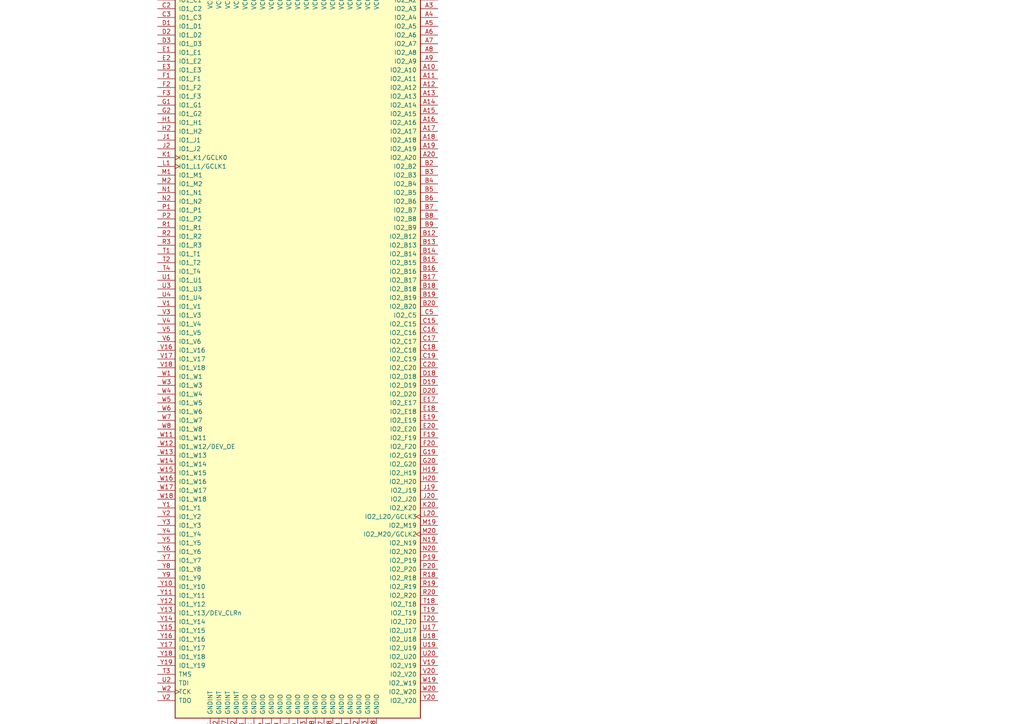
<source format=kicad_sch>
(kicad_sch (version 20250114) (generator "eeschema") (generator_version "9.0")
  (paper "A4")
  (lib_symbols
    (symbol "CPLD_Altera:EPM570M256" (pin_names (offset 1.016))
      (property "Reference" "U" (at 25.4 107.95 0))
      (property "Value" "EPM570M256" (at 25.4 -107.95 0))
      (symbol "EPM570M256_1_1"
        (rectangle (start -35.56 106.68) (end 35.56 -106.68) (stroke (width 0.254)) (fill (type background)))
        (pin bidirectional line (at -40.64 104.14 0) (length 5.08) (name "IO1_B1") (number "B1"))
        (pin bidirectional line (at -40.64 101.6 0) (length 5.08) (name "IO1_C1") (number "C1"))
        (pin bidirectional line (at -40.64 99.06 0) (length 5.08) (name "IO1_C2") (number "C2"))
        (pin bidirectional line (at -40.64 96.52 0) (length 5.08) (name "IO1_C3") (number "C3"))
        (pin bidirectional line (at -40.64 93.98 0) (length 5.08) (name "IO1_D1") (number "D1"))
        (pin bidirectional line (at -40.64 91.44 0) (length 5.08) (name "IO1_D2") (number "D2"))
        (pin bidirectional line (at -40.64 88.9 0) (length 5.08) (name "IO1_D3") (number "D3"))
        (pin bidirectional line (at -40.64 86.36 0) (length 5.08) (name "IO1_E1") (number "E1"))
        (pin bidirectional line (at -40.64 83.82 0) (length 5.08) (name "IO1_E2") (number "E2"))
        (pin bidirectional line (at -40.64 81.28 0) (length 5.08) (name "IO1_E3") (number "E3"))
        (pin bidirectional line (at -40.64 78.74 0) (length 5.08) (name "IO1_F1") (number "F1"))
        (pin bidirectional line (at -40.64 76.2 0) (length 5.08) (name "IO1_F2") (number "F2"))
        (pin bidirectional line (at -40.64 73.66 0) (length 5.08) (name "IO1_F3") (number "F3"))
        (pin bidirectional line (at -40.64 71.12 0) (length 5.08) (name "IO1_G1") (number "G1"))
        (pin bidirectional line (at -40.64 68.58 0) (length 5.08) (name "IO1_G2") (number "G2"))
        (pin bidirectional line (at -40.64 66.04 0) (length 5.08) (name "IO1_H1") (number "H1"))
        (pin bidirectional line (at -40.64 63.5 0) (length 5.08) (name "IO1_H2") (number "H2"))
        (pin bidirectional line (at -40.64 60.96 0) (length 5.08) (name "IO1_J1") (number "J1"))
        (pin bidirectional line (at -40.64 58.42 0) (length 5.08) (name "IO1_J2") (number "J2"))
        (pin bidirectional clock (at -40.64 55.88 0) (length 5.08) (name "IO1_K1/GCLK0") (number "K1"))
        (pin bidirectional clock (at -40.64 53.34 0) (length 5.08) (name "IO1_L1/GCLK1") (number "L1"))
        (pin bidirectional line (at -40.64 50.8 0) (length 5.08) (name "IO1_M1") (number "M1"))
        (pin bidirectional line (at -40.64 48.26 0) (length 5.08) (name "IO1_M2") (number "M2"))
        (pin bidirectional line (at -40.64 45.72 0) (length 5.08) (name "IO1_N1") (number "N1"))
        (pin bidirectional line (at -40.64 43.18 0) (length 5.08) (name "IO1_N2") (number "N2"))
        (pin bidirectional line (at -40.64 40.64 0) (length 5.08) (name "IO1_P1") (number "P1"))
        (pin bidirectional line (at -40.64 38.1 0) (length 5.08) (name "IO1_P2") (number "P2"))
        (pin bidirectional line (at -40.64 35.56 0) (length 5.08) (name "IO1_R1") (number "R1"))
        (pin bidirectional line (at -40.64 33.02 0) (length 5.08) (name "IO1_R2") (number "R2"))
        (pin bidirectional line (at -40.64 30.48 0) (length 5.08) (name "IO1_R3") (number "R3"))
        (pin bidirectional line (at -40.64 27.94 0) (length 5.08) (name "IO1_T1") (number "T1"))
        (pin bidirectional line (at -40.64 25.4 0) (length 5.08) (name "IO1_T2") (number "T2"))
        (pin bidirectional line (at -40.64 22.86 0) (length 5.08) (name "IO1_T4") (number "T4"))
        (pin bidirectional line (at -40.64 20.32 0) (length 5.08) (name "IO1_U1") (number "U1"))
        (pin bidirectional line (at -40.64 17.78 0) (length 5.08) (name "IO1_U3") (number "U3"))
        (pin bidirectional line (at -40.64 15.24 0) (length 5.08) (name "IO1_U4") (number "U4"))
        (pin bidirectional line (at -40.64 12.7 0) (length 5.08) (name "IO1_V1") (number "V1"))
        (pin bidirectional line (at -40.64 10.16 0) (length 5.08) (name "IO1_V3") (number "V3"))
        (pin bidirectional line (at -40.64 7.62 0) (length 5.08) (name "IO1_V4") (number "V4"))
        (pin bidirectional line (at -40.64 5.08 0) (length 5.08) (name "IO1_V5") (number "V5"))
        (pin bidirectional line (at -40.64 2.54 0) (length 5.08) (name "IO1_V6") (number "V6"))
        (pin bidirectional line (at -40.64 0 0) (length 5.08) (name "IO1_V16") (number "V16"))
        (pin bidirectional line (at -40.64 -2.54 0) (length 5.08) (name "IO1_V17") (number "V17"))
        (pin bidirectional line (at -40.64 -5.08 0) (length 5.08) (name "IO1_V18") (number "V18"))
        (pin bidirectional line (at -40.64 -7.62 0) (length 5.08) (name "IO1_W1") (number "W1"))
        (pin bidirectional line (at -40.64 -10.16 0) (length 5.08) (name "IO1_W3") (number "W3"))
        (pin bidirectional line (at -40.64 -12.7 0) (length 5.08) (name "IO1_W4") (number "W4"))
        (pin bidirectional line (at -40.64 -15.24 0) (length 5.08) (name "IO1_W5") (number "W5"))
        (pin bidirectional line (at -40.64 -17.78 0) (length 5.08) (name "IO1_W6") (number "W6"))
        (pin bidirectional line (at -40.64 -20.32 0) (length 5.08) (name "IO1_W7") (number "W7"))
        (pin bidirectional line (at -40.64 -22.86 0) (length 5.08) (name "IO1_W8") (number "W8"))
        (pin bidirectional line (at -40.64 -25.4 0) (length 5.08) (name "IO1_W11") (number "W11"))
        (pin bidirectional line (at -40.64 -27.94 0) (length 5.08) (name "IO1_W12/DEV_OE") (number "W12"))
        (pin bidirectional line (at -40.64 -30.48 0) (length 5.08) (name "IO1_W13") (number "W13"))
        (pin bidirectional line (at -40.64 -33.02 0) (length 5.08) (name "IO1_W14") (number "W14"))
        (pin bidirectional line (at -40.64 -35.56 0) (length 5.08) (name "IO1_W15") (number "W15"))
        (pin bidirectional line (at -40.64 -38.1 0) (length 5.08) (name "IO1_W16") (number "W16"))
        (pin bidirectional line (at -40.64 -40.64 0) (length 5.08) (name "IO1_W17") (number "W17"))
        (pin bidirectional line (at -40.64 -43.18 0) (length 5.08) (name "IO1_W18") (number "W18"))
        (pin bidirectional line (at -40.64 -45.72 0) (length 5.08) (name "IO1_Y1") (number "Y1"))
        (pin bidirectional line (at -40.64 -48.26 0) (length 5.08) (name "IO1_Y2") (number "Y2"))
        (pin bidirectional line (at -40.64 -50.8 0) (length 5.08) (name "IO1_Y3") (number "Y3"))
        (pin bidirectional line (at -40.64 -53.34 0) (length 5.08) (name "IO1_Y4") (number "Y4"))
        (pin bidirectional line (at -40.64 -55.88 0) (length 5.08) (name "IO1_Y5") (number "Y5"))
        (pin bidirectional line (at -40.64 -58.42 0) (length 5.08) (name "IO1_Y6") (number "Y6"))
        (pin bidirectional line (at -40.64 -60.96 0) (length 5.08) (name "IO1_Y7") (number "Y7"))
        (pin bidirectional line (at -40.64 -63.5 0) (length 5.08) (name "IO1_Y8") (number "Y8"))
        (pin bidirectional line (at -40.64 -66.04 0) (length 5.08) (name "IO1_Y9") (number "Y9"))
        (pin bidirectional line (at -40.64 -68.58 0) (length 5.08) (name "IO1_Y10") (number "Y10"))
        (pin bidirectional line (at -40.64 -71.12 0) (length 5.08) (name "IO1_Y11") (number "Y11"))
        (pin bidirectional line (at -40.64 -73.66 0) (length 5.08) (name "IO1_Y12") (number "Y12"))
        (pin bidirectional line (at -40.64 -76.2 0) (length 5.08) (name "IO1_Y13/DEV_CLRn") (number "Y13"))
        (pin bidirectional line (at -40.64 -78.74 0) (length 5.08) (name "IO1_Y14") (number "Y14"))
        (pin bidirectional line (at -40.64 -81.28 0) (length 5.08) (name "IO1_Y15") (number "Y15"))
        (pin bidirectional line (at -40.64 -83.82 0) (length 5.08) (name "IO1_Y16") (number "Y16"))
        (pin bidirectional line (at -40.64 -86.36 0) (length 5.08) (name "IO1_Y17") (number "Y17"))
        (pin bidirectional line (at -40.64 -88.9 0) (length 5.08) (name "IO1_Y18") (number "Y18"))
        (pin bidirectional line (at -40.64 -91.44 0) (length 5.08) (name "IO1_Y19") (number "Y19"))
        (pin input line (at -40.64 -93.98 0) (length 5.08) (name "TMS") (number "T3"))
        (pin input line (at -40.64 -96.52 0) (length 5.08) (name "TDI") (number "U2"))
        (pin input clock (at -40.64 -99.06 0) (length 5.08) (name "TCK") (number "W2"))
        (pin output line (at -40.64 -101.6 0) (length 5.08) (name "TDO") (number "V2"))
        (pin power_in line (at -25.4 111.76 270) (length 5.08) (name "VCCINT") (number "K4"))
        (pin power_in line (at -25.4 -111.76 90) (length 5.08) (name "GNDINT") (number "J4"))
        (pin power_in line (at -22.86 111.76 270) (length 5.08) (name "VCCINT") (number "U11"))
        (pin power_in line (at -22.86 -111.76 90) (length 5.08) (name "GNDINT") (number "U12"))
        (pin power_in line (at -20.32 111.76 270) (length 5.08) (name "VCCINT") (number "L17"))
        (pin power_in line (at -20.32 -111.76 90) (length 5.08) (name "GNDINT") (number "M17"))
        (pin power_in line (at -17.78 111.76 270) (length 5.08) (name "VCCINT") (number "D11"))
        (pin power_in line (at -17.78 -111.76 90) (length 5.08) (name "GNDINT") (number "D12"))
        (pin power_in line (at -15.24 111.76 270) (length 5.08) (name "VCCIO1") (number "K3"))
        (pin power_in line (at -15.24 -111.76 90) (length 5.08) (name "GNDIO") (number "H3"))
        (pin power_in line (at -12.7 111.76 270) (length 5.08) (name "VCCIO1") (number "L3"))
        (pin power_in line (at -12.7 -111.76 90) (length 5.08) (name "GNDIO") (number "J3"))
        (pin power_in line (at -10.16 111.76 270) (length 5.08) (name "VCCIO1") (number "L4"))
        (pin power_in line (at -10.16 -111.76 90) (length 5.08) (name "GNDIO") (number "M4"))
        (pin power_in line (at -7.62 111.76 270) (length 5.08) (name "VCCIO1") (number "M3"))
        (pin power_in line (at -7.62 -111.76 90) (length 5.08) (name "GNDIO") (number "N3"))
        (pin power_in line (at -5.08 111.76 270) (length 5.08) (name "VCCIO1") (number "U10"))
        (pin power_in line (at -5.08 -111.76 90) (length 5.08) (name "GNDIO") (number "U9"))
        (pin power_in line (at -2.54 111.76 270) (length 5.08) (name "VCCIO1") (number "V10"))
        (pin power_in line (at -2.54 -111.76 90) (length 5.08) (name "GNDIO") (number "V8"))
        (pin power_in line (at 0 111.76 270) (length 5.08) (name "VCCIO1") (number "V11"))
        (pin power_in line (at 0 -111.76 90) (length 5.08) (name "GNDIO") (number "V9"))
        (pin power_in line (at 2.54 111.76 270) (length 5.08) (name "VCCIO1") (number "V12"))
        (pin power_in line (at 2.54 -111.76 90) (length 5.08) (name "GNDIO") (number "V13"))
        (pin power_in line (at 5.08 111.76 270) (length 5.08) (name "VCCIO2") (number "J18"))
        (pin power_in line (at 5.08 -111.76 90) (length 5.08) (name "GNDIO") (number "H18"))
        (pin power_in line (at 7.62 111.76 270) (length 5.08) (name "VCCIO2") (number "K17"))
        (pin power_in line (at 7.62 -111.76 90) (length 5.08) (name "GNDIO") (number "J17"))
        (pin power_in line (at 10.16 111.76 270) (length 5.08) (name "VCCIO2") (number "K18"))
        (pin power_in line (at 10.16 -111.76 90) (length 5.08) (name "GNDIO") (number "N18"))
        (pin power_in line (at 12.7 111.76 270) (length 5.08) (name "VCCIO2") (number "L18"))
        (pin power_in line (at 12.7 -111.76 90) (length 5.08) (name "GNDIO") (number "C8"))
        (pin power_in line (at 15.24 111.76 270) (length 5.08) (name "VCCIO2") (number "C9"))
        (pin power_in line (at 15.24 -111.76 90) (length 5.08) (name "GNDIO") (number "D9"))
        (pin power_in line (at 17.78 111.76 270) (length 5.08) (name "VCCIO2") (number "C10"))
        (pin power_in line (at 17.78 -111.76 90) (length 5.08) (name "GNDIO") (number "C12"))
        (pin power_in line (at 20.32 111.76 270) (length 5.08) (name "VCCIO2") (number "D10"))
        (pin power_in line (at 20.32 -111.76 90) (length 5.08) (name "GNDIO") (number "C13"))
        (pin power_in line (at 22.86 111.76 270) (length 5.08) (name "VCCIO2") (number "C11"))
        (pin power_in line (at 22.86 -111.76 90) (length 5.08) (name "GNDIO") (number "M18"))
        (pin bidirectional line (at 40.64 104.14 180) (length 5.08) (name "IO2_A1") (number "A1"))
        (pin bidirectional line (at 40.64 101.6 180) (length 5.08) (name "IO2_A2") (number "A2"))
        (pin bidirectional line (at 40.64 99.06 180) (length 5.08) (name "IO2_A3") (number "A3"))
        (pin bidirectional line (at 40.64 96.52 180) (length 5.08) (name "IO2_A4") (number "A4"))
        (pin bidirectional line (at 40.64 93.98 180) (length 5.08) (name "IO2_A5") (number "A5"))
        (pin bidirectional line (at 40.64 91.44 180) (length 5.08) (name "IO2_A6") (number "A6"))
        (pin bidirectional line (at 40.64 88.9 180) (length 5.08) (name "IO2_A7") (number "A7"))
        (pin bidirectional line (at 40.64 86.36 180) (length 5.08) (name "IO2_A8") (number "A8"))
        (pin bidirectional line (at 40.64 83.82 180) (length 5.08) (name "IO2_A9") (number "A9"))
        (pin bidirectional line (at 40.64 81.28 180) (length 5.08) (name "IO2_A10") (number "A10"))
        (pin bidirectional line (at 40.64 78.74 180) (length 5.08) (name "IO2_A11") (number "A11"))
        (pin bidirectional line (at 40.64 76.2 180) (length 5.08) (name "IO2_A12") (number "A12"))
        (pin bidirectional line (at 40.64 73.66 180) (length 5.08) (name "IO2_A13") (number "A13"))
        (pin bidirectional line (at 40.64 71.12 180) (length 5.08) (name "IO2_A14") (number "A14"))
        (pin bidirectional line (at 40.64 68.58 180) (length 5.08) (name "IO2_A15") (number "A15"))
        (pin bidirectional line (at 40.64 66.04 180) (length 5.08) (name "IO2_A16") (number "A16"))
        (pin bidirectional line (at 40.64 63.5 180) (length 5.08) (name "IO2_A17") (number "A17"))
        (pin bidirectional line (at 40.64 60.96 180) (length 5.08) (name "IO2_A18") (number "A18"))
        (pin bidirectional line (at 40.64 58.42 180) (length 5.08) (name "IO2_A19") (number "A19"))
        (pin bidirectional line (at 40.64 55.88 180) (length 5.08) (name "IO2_A20") (number "A20"))
        (pin bidirectional line (at 40.64 53.34 180) (length 5.08) (name "IO2_B2") (number "B2"))
        (pin bidirectional line (at 40.64 50.8 180) (length 5.08) (name "IO2_B3") (number "B3"))
        (pin bidirectional line (at 40.64 48.26 180) (length 5.08) (name "IO2_B4") (number "B4"))
        (pin bidirectional line (at 40.64 45.72 180) (length 5.08) (name "IO2_B5") (number "B5"))
        (pin bidirectional line (at 40.64 43.18 180) (length 5.08) (name "IO2_B6") (number "B6"))
        (pin bidirectional line (at 40.64 40.64 180) (length 5.08) (name "IO2_B7") (number "B7"))
        (pin bidirectional line (at 40.64 38.1 180) (length 5.08) (name "IO2_B8") (number "B8"))
        (pin bidirectional line (at 40.64 35.56 180) (length 5.08) (name "IO2_B9") (number "B9"))
        (pin bidirectional line (at 40.64 33.02 180) (length 5.08) (name "IO2_B12") (number "B12"))
        (pin bidirectional line (at 40.64 30.48 180) (length 5.08) (name "IO2_B13") (number "B13"))
        (pin bidirectional line (at 40.64 27.94 180) (length 5.08) (name "IO2_B14") (number "B14"))
        (pin bidirectional line (at 40.64 25.4 180) (length 5.08) (name "IO2_B15") (number "B15"))
        (pin bidirectional line (at 40.64 22.86 180) (length 5.08) (name "IO2_B16") (number "B16"))
        (pin bidirectional line (at 40.64 20.32 180) (length 5.08) (name "IO2_B17") (number "B17"))
        (pin bidirectional line (at 40.64 17.78 180) (length 5.08) (name "IO2_B18") (number "B18"))
        (pin bidirectional line (at 40.64 15.24 180) (length 5.08) (name "IO2_B19") (number "B19"))
        (pin bidirectional line (at 40.64 12.7 180) (length 5.08) (name "IO2_B20") (number "B20"))
        (pin bidirectional line (at 40.64 10.16 180) (length 5.08) (name "IO2_C5") (number "C5"))
        (pin bidirectional line (at 40.64 7.62 180) (length 5.08) (name "IO2_C15") (number "C15"))
        (pin bidirectional line (at 40.64 5.08 180) (length 5.08) (name "IO2_C16") (number "C16"))
        (pin bidirectional line (at 40.64 2.54 180) (length 5.08) (name "IO2_C17") (number "C17"))
        (pin bidirectional line (at 40.64 0 180) (length 5.08) (name "IO2_C18") (number "C18"))
        (pin bidirectional line (at 40.64 -2.54 180) (length 5.08) (name "IO2_C19") (number "C19"))
        (pin bidirectional line (at 40.64 -5.08 180) (length 5.08) (name "IO2_C20") (number "C20"))
        (pin bidirectional line (at 40.64 -7.62 180) (length 5.08) (name "IO2_D18") (number "D18"))
        (pin bidirectional line (at 40.64 -10.16 180) (length 5.08) (name "IO2_D19") (number "D19"))
        (pin bidirectional line (at 40.64 -12.7 180) (length 5.08) (name "IO2_D20") (number "D20"))
        (pin bidirectional line (at 40.64 -15.24 180) (length 5.08) (name "IO2_E17") (number "E17"))
        (pin bidirectional line (at 40.64 -17.78 180) (length 5.08) (name "IO2_E18") (number "E18"))
        (pin bidirectional line (at 40.64 -20.32 180) (length 5.08) (name "IO2_E19") (number "E19"))
        (pin bidirectional line (at 40.64 -22.86 180) (length 5.08) (name "IO2_E20") (number "E20"))
        (pin bidirectional line (at 40.64 -25.4 180) (length 5.08) (name "IO2_F19") (number "F19"))
        (pin bidirectional line (at 40.64 -27.94 180) (length 5.08) (name "IO2_F20") (number "F20"))
        (pin bidirectional line (at 40.64 -30.48 180) (length 5.08) (name "IO2_G19") (number "G19"))
        (pin bidirectional line (at 40.64 -33.02 180) (length 5.08) (name "IO2_G20") (number "G20"))
        (pin bidirectional line (at 40.64 -35.56 180) (length 5.08) (name "IO2_H19") (number "H19"))
        (pin bidirectional line (at 40.64 -38.1 180) (length 5.08) (name "IO2_H20") (number "H20"))
        (pin bidirectional line (at 40.64 -40.64 180) (length 5.08) (name "IO2_J19") (number "J19"))
        (pin bidirectional line (at 40.64 -43.18 180) (length 5.08) (name "IO2_J20") (number "J20"))
        (pin bidirectional line (at 40.64 -45.72 180) (length 5.08) (name "IO2_K20") (number "K20"))
        (pin bidirectional clock (at 40.64 -48.26 180) (length 5.08) (name "IO2_L20/GCLK3") (number "L20"))
        (pin bidirectional line (at 40.64 -50.8 180) (length 5.08) (name "IO2_M19") (number "M19"))
        (pin bidirectional clock (at 40.64 -53.34 180) (length 5.08) (name "IO2_M20/GCLK2") (number "M20"))
        (pin bidirectional line (at 40.64 -55.88 180) (length 5.08) (name "IO2_N19") (number "N19"))
        (pin bidirectional line (at 40.64 -58.42 180) (length 5.08) (name "IO2_N20") (number "N20"))
        (pin bidirectional line (at 40.64 -60.96 180) (length 5.08) (name "IO2_P19") (number "P19"))
        (pin bidirectional line (at 40.64 -63.5 180) (length 5.08) (name "IO2_P20") (number "P20"))
        (pin bidirectional line (at 40.64 -66.04 180) (length 5.08) (name "IO2_R18") (number "R18"))
        (pin bidirectional line (at 40.64 -68.58 180) (length 5.08) (name "IO2_R19") (number "R19"))
        (pin bidirectional line (at 40.64 -71.12 180) (length 5.08) (name "IO2_R20") (number "R20"))
        (pin bidirectional line (at 40.64 -73.66 180) (length 5.08) (name "IO2_T18") (number "T18"))
        (pin bidirectional line (at 40.64 -76.2 180) (length 5.08) (name "IO2_T19") (number "T19"))
        (pin bidirectional line (at 40.64 -78.74 180) (length 5.08) (name "IO2_T20") (number "T20"))
        (pin bidirectional line (at 40.64 -81.28 180) (length 5.08) (name "IO2_U17") (number "U17"))
        (pin bidirectional line (at 40.64 -83.82 180) (length 5.08) (name "IO2_U18") (number "U18"))
        (pin bidirectional line (at 40.64 -86.36 180) (length 5.08) (name "IO2_U19") (number "U19"))
        (pin bidirectional line (at 40.64 -88.9 180) (length 5.08) (name "IO2_U20") (number "U20"))
        (pin bidirectional line (at 40.64 -91.44 180) (length 5.08) (name "IO2_V19") (number "V19"))
        (pin bidirectional line (at 40.64 -93.98 180) (length 5.08) (name "IO2_V20") (number "V20"))
        (pin bidirectional line (at 40.64 -96.52 180) (length 5.08) (name "IO2_W19") (number "W19"))
        (pin bidirectional line (at 40.64 -99.06 180) (length 5.08) (name "IO2_W20") (number "W20"))
        (pin bidirectional line (at 40.64 -101.6 180) (length 5.08) (name "IO2_Y20") (number "Y20"))
      )
    )
  )
  (symbol (lib_id "CPLD_Altera:EPM570M256") (at 86.36 101.6 0) (unit 1)
    (property "Reference" "U60" (at 111.3633 -8.89 0) (effects (justify left)))
    (property "Value" "EPM570M256" (at 111.3633 -6.35 0) (effects (justify left)))
    (property "Footprint" "Package_BGA:BGA-256_11.0x11.0mm_Layout20x20_P0.5mm_Ball0.3mm_Pad0.25mm_NSMD" (effects (hide yes)))
    (property "Datasheet" "https://www.altera.com/content/dam/altera-www/global/en_US/pdfs/literature/hb/max2/max2_mii5v1.pdf" (effects (hide yes)))
    (property "Description" "Altera MAX2 CPLD with 570 LE" (effects (hide yes)))
  )
)
</source>
